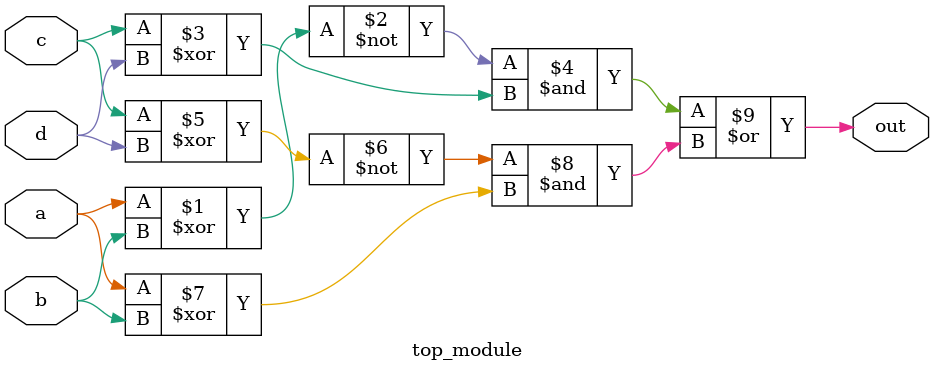
<source format=v>
module top_module(
    input a,
    input b,
    input c,
    input d,
    output out
    );

    assign out = (~(a ^ b) & (c ^ d)) |(~(c ^ d) & (a ^ b));

endmodule

</source>
